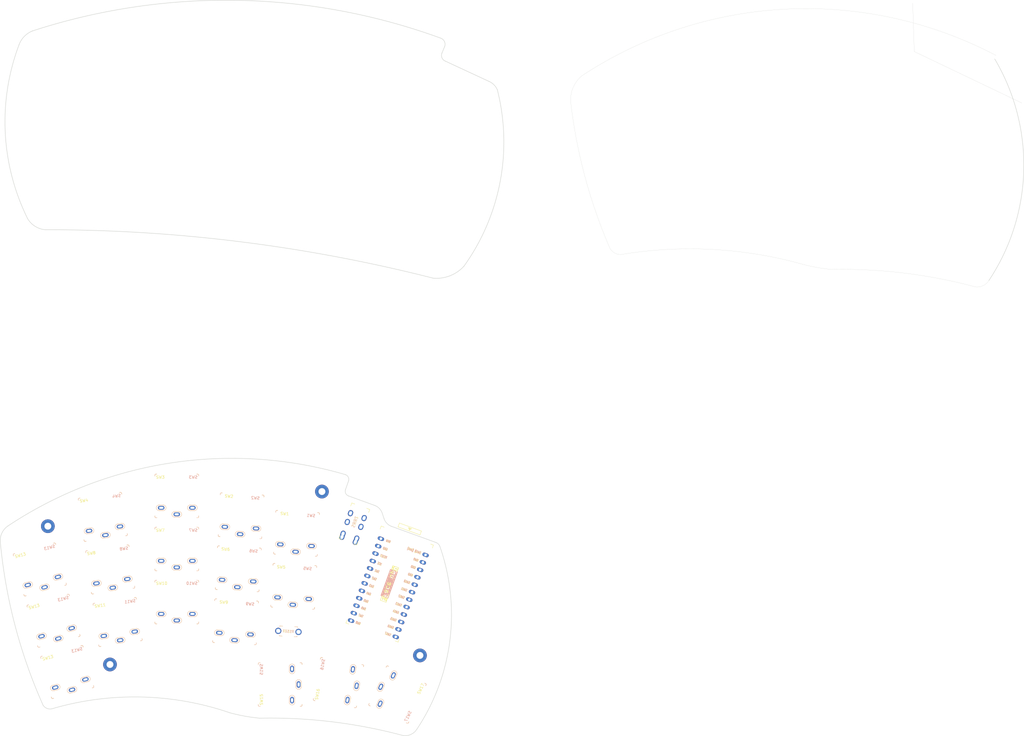
<source format=kicad_pcb>
(kicad_pcb (version 20221018) (generator pcbnew)
  (layers (0 "F.Cu" signal) (31 "B.Cu" signal) (34 "B.Paste" user) (35 "F.Paste" user) (36 "B.SilkS" user "B.Silkscreen") (37 "F.SilkS" user "F.Silkscreen") (38 "B.Mask" user) (39 "F.Mask" user) (44 "Edge.Cuts" user))
  (net 0 "")
  (net 1 "gnd")
  (net 2 "vcc")
  (net 3 "Switch18")
  (net 4 "reset")
  (net 5 "Switch1")
  (net 6 "Switch2")
  (net 7 "Switch3")
  (net 8 "Switch4")
  (net 9 "Switch5")
  (net 10 "Switch6")
  (net 11 "Switch7")
  (net 12 "Switch8")
  (net 13 "Switch9")
  (net 14 "Switch10")
  (net 15 "Switch11")
  (net 16 "Switch12")
  (net 17 "Switch13")
  (net 18 "Switch14")
  (net 19 "Switch15")
  (net 20 "Switch16")
  (net 21 "Switch17")
  (net 22 "raw")
  (footprint "Kailh:TRRS-PJ-DPB2" (layer "F.Cu") (at 158.94102 67.4 -20)
    (fp_text reference "J2" hide)
    (fp_text value "AudioJack4dpb" hide)
    (fp_text user "TRRS" (at 0 5.4 70) (layer "B.SilkS") (effects (font (thickness 0.1)) (justify mirror)))
    (fp_text user "TRRS" (at 0 5.3 70) (layer "F.SilkS") (effects (font (thickness 0.1))))
    (pad "" np_thru_hole circle (at 0 1.6 340) (size 0.8 0.8) (drill 0.8) (layers "F&B.Cu" "*.Mask"))
    (pad "" np_thru_hole circle (at 0 8.6 340) (size 0.8 0.8) (drill 0.8) (layers "F&B.Cu" "*.Mask"))
    (pad "R1" thru_hole oval (at -2.33 6.22 160) (size 1.6 2) (drill oval 0.9 1.3) (layers "*.Cu" "*.Mask") (net 3 "Switch18"))
    (pad "R1" thru_hole oval (at 2.3 6.2 340) (size 1.6 2) (drill oval 0.9 1.3) (layers "*.Cu" "*.Mask") (net 3 "Switch18"))
    (pad "R2" thru_hole oval (at -2.33 3.22 160) (size 1.6 2) (drill oval 0.9 1.3) (layers "*.Cu" "*.Mask") (net 2 "vcc"))
    (pad "R2" thru_hole oval (at 2.3 3.2 340) (size 1.6 2) (drill oval 0.9 1.3) (layers "*.Cu" "*.Mask") (net 2 "vcc"))
    (pad "S" thru_hole oval (at -2.3 11.3 340) (size 1.6 2) (drill oval 0.9 1.3) (layers "*.Cu" "*.Mask") (net 1 "gnd"))
    (pad "S" thru_hole oval (at 2.27 11.32 160) (size 1.6 2) (drill oval 0.9 1.3) (layers "*.Cu" "*.Mask") (net 1 "gnd"))
    (pad "T" thru_hole oval (at -2.33 10.22 160) (size 1.6 2) (drill oval 0.9 1.3) (layers "*.Cu" "*.Mask") (net 1 "gnd"))
    (pad "T" thru_hole oval (at 2.3 10.2 340) (size 1.6 2) (drill oval 0.9 1.3) (layers "*.Cu" "*.Mask") (net 1 "gnd"))
  )
  (footprint "* duckyb-collection:SW_PG1350_rev_DPB" (layer "F.Cu") (at 100 98.1)
    (fp_text reference "SW10" hide)
    (fp_text value "SW_Push" hide)
    (fp_text user "${REFERENCE}" (at 6.75 -6) (layer "B.SilkS") (effects (font (size 0.9 0.9) (thickness 0.16)) (justify left mirror)))
    (fp_text user "${REFERENCE}" (at -6.75 -6) (layer "F.SilkS") (effects (font (size 0.9 0.9) (thickness 0.16)) (justify left)))
    (pad "" np_thru_hole circle (at -5.499999 0 358) (size 1.7018 1.7018) (drill 1.7018) (layers "F&B.Cu" "*.Mask"))
    (pad "" np_thru_hole circle (at 0 0 358) (size 3.429 3.429) (drill 3.429) (layers "F&B.Cu" "*.Mask"))
    (pad "" np_thru_hole circle (at 0 0 2) (size 3.429 3.429) (drill 3.429) (layers "F&B.Cu" "*.Mask"))
    (pad "" np_thru_hole circle (at 5.5 0 358) (size 1.7018 1.7018) (drill 1.7018) (layers "F&B.Cu" "*.Mask"))
    (pad "1" thru_hole oval (at 0 5.9 180) (size 2.1 1.2) (drill oval 1.27 0.635) (layers "*.Cu" "*.Mask") (net 14 "Switch10"))
    (pad "2" thru_hole oval (at -5 3.8 180) (size 2.1 1.2) (drill oval 1.27 0.635) (layers "*.Cu" "*.Mask") (net 1 "gnd"))
    (pad "2" thru_hole oval (at 5 3.8 180) (size 2.1 1.2) (drill oval 1.27 0.635) (layers "*.Cu" "*.Mask") (net 1 "gnd"))
  )
  (footprint "* duckyb-collection:ProMicro_jumpers_facedown" (layer "F.Cu") (at 168.202942 92.333663 -20)
    (fp_text reference "U1" hide)
    (fp_text value "ProMicro-kbd" hide)
    (fp_text user "SW17" (at 6 15.25 160) (layer "B.SilkS") (effects (font (size 0.75 0.5) (thickness 0.125)) (justify left mirror)))
    (fp_text user "Face up" (at 0 0 250 unlocked) (layer "B.SilkS" knockout) (effects (font (size 1.5 1.5) (thickness 0.3)) (justify mirror)))
    (fp_text user "VCC" (at -6.1 -5.015 160) (layer "B.SilkS") (effects (font (size 0.75 0.5) (thickness 0.125)) (justify right mirror)))
    (fp_text user "SW5" (at -6.13 7.695 160) (layer "B.SilkS") (effects (font (size 0.75 0.5) (thickness 0.125)) (justify right mirror)))
    (fp_text user "GND" (at -6.07 -10.125 160) (layer "B.SilkS") (effects (font (size 0.75 0.5) (thickness 0.125)) (justify right mirror)))
    (fp_text user "RAW" (at -5.97 -12.735 160) (layer "B.SilkS") (effects (font (size 0.75 0.5) (thickness 0.125)) (justify right mirror)))
    (fp_text user "SW16" (at 6.03 12.75 160) (layer "B.SilkS") (effects (font (size 0.75 0.5) (thickness 0.125)) (justify left mirror)))
    (fp_text user "GND" (at 6 -5.055 160) (layer "B.SilkS") (effects (font (size 0.75 0.5) (thickness 0.125)) (justify left mirror)))
    (fp_text user "SW12" (at 6 2.545 160) (layer "B.SilkS") (effects (font (size 0.75 0.5) (thickness 0.125)) (justify left mirror)))
    (fp_text user "SW9" (at 6.03 -10.165 160) (layer "B.SilkS") (effects (font (size 0.75 0.5) (thickness 0.125)) (justify left mirror)))
    (fp_text user "SW15" (at 6.03 10.235 160) (layer "B.SilkS") (effects (font (size 0.75 0.5) (thickness 0.125)) (justify left mirror)))
    (fp_text user "SW4" (at -6.13 5.185 160) (layer "B.SilkS") (effects (font (size 0.75 0.5) (thickness 0.125)) (justify right mirror)))
    (fp_text user "SW10" (at 6 -2.545 160) (layer "B.SilkS") (effects (font (size 0.75 0.5) (thickness 0.125)) (justify left mirror)))
    (fp_text user "RESET" (at -6.07 -7.615 160) (layer "B.SilkS") (effects (font (size 0.75 0.5) (thickness 0.125)) (justify right mirror)))
    (fp_text user "SW2" (at -6.1 0.075 160) (layer "B.SilkS") (effects (font (size 0.75 0.5) (thickness 0.125)) (justify right mirror)))
    (fp_text user "GND" (at 6.03 -7.655 160) (layer "B.SilkS") (effects (font (size 0.75 0.5) (thickness 0.125)) (justify left mirror)))
    (fp_text user "SW18 (jack)" (at 6.03 -12.765 160) (layer "B.SilkS") (effects (font (size 0.75 0.5) (thickness 0.125)) (justify left mirror)))
    (fp_text user "SW6" (at -6.07 10.19 160) (layer "B.SilkS") (effects (font (size 0.75 0.5) (thickness 0.125)) (justify right mirror)))
    (fp_text user "SW11" (at 6 0.035 160) (layer "B.SilkS") (effects (font (size 0.75 0.5) (thickness 0.125)) (justify left mirror)))
    (fp_text user "SW1" (at -6.1 -2.505 160) (layer "B.SilkS") (effects (font (size 0.75 0.5) (thickness 0.125)) (justify right mirror)))
    (fp_text user "SW3" (at -6.1 2.585 160) (layer "B.SilkS") (effects (font (size 0.75 0.5) (thickness 0.125)) (justify right mirror)))
    (fp_text user "SW8" (at -6.1 15.19 160) (layer "B.SilkS") (effects (font (size 0.75 0.5) (thickness 0.125)) (justify right mirror)))
    (fp_text user "SW13" (at 5.97 5.145 160) (layer "B.SilkS") (effects (font (size 0.75 0.5) (thickness 0.125)) (justify left mirror)))
    (fp_text user "SW7" (at -6.07 12.69 160) (layer "B.SilkS") (effects (font (size 0.75 0.5) (thickness 0.125)) (justify right mirror)))
    (fp_text user "SW14" (at 5.97 7.655 160) (layer "B.SilkS") (effects (font (size 0.75 0.5) (thickness 0.125)) (justify left mirror)))
    (fp_text user "SW5" (at -6.06 7.755 160) (layer "F.SilkS") (effects (font (size 0.75 0.5) (thickness 0.125)) (justify left)))
    (fp_text user "Face down" (at 0 0 70 unlocked) (layer "F.SilkS" knockout) (effects (font (size 1.5 1.5) (thickness 0.3))))
    (fp_text user "SW10" (at 6.13 -2.535 160) (layer "F.SilkS") (effects (font (size 0.75 0.5) (thickness 0.125)) (justify right)))
    (fp_text user "SW7" (at -6 12.75 160) (layer "F.SilkS") (effects (font (size 0.75 0.5) (thickness 0.125)) (justify left)))
    (fp_text user "SW18 (jack)" (at 6.16 -12.755 160) (layer "F.SilkS") (effects (font (size 0.75 0.5) (thickness 0.125)) (justify right)))
    (fp_text user "GND" (at -6 -10.065 160) (layer "F.SilkS") (effects (font (size 0.75 0.5) (thickness 0.125)) (justify left)))
    (fp_text user "SW13" (at 6.1 5.155 160) (layer "F.SilkS") (effects (font (size 0.75 0.5) (thickness 0.125)) (justify right)))
    (fp_text user "SW8" (at -6.03 15.25 160) (layer "F.SilkS") (effects (font (size 0.75 0.5) (thickness 0.125)) (justify left)))
    (fp_text user "SW4" (at -6.06 5.245 160) (layer "F.SilkS") (effects (font (size 0.75 0.5) (thickness 0.125)) (justify left)))
    (fp_text user "SW3" (at -6.03 2.645 160) (layer "F.SilkS") (effects (font (size 0.75 0.5) (thickness 0.125)) (justify left)))
    (fp_text user "SW6" (at -6 10.25 160) (layer "F.SilkS") (effects (font (size 0.75 0.5) (thickness 0.125)) (justify left)))
    (fp_text user "SW14" (at 6.1 7.665 160) (layer "F.SilkS") (effects (font (size 0.75 0.5) (thickness 0.125)) (justify right)))
    (fp_text user "SW9" (at 6.16 -10.155 160) (layer "F.SilkS") (effects (font (size 0.75 0.5) (thickness 0.125)) (justify right)))
    (fp_text user "SW15" (at 6.16 10.245 160) (layer "F.SilkS") (effects (font (size 0.75 0.5) (thickness 0.125)) (justify right)))
    (fp_text user "SW11" (at 6.13 0.045 160) (layer "F.SilkS") (effects (font (size 0.75 0.5) (thickness 0.125)) (justify right)))
    (fp_text user "SW17" (at 6.13 15.26 160) (layer "F.SilkS") (effects (font (size 0.75 0.5) (thickness 0.125)) (justify right)))
    (fp_text user "VCC" (at -6.03 -4.955 160) (layer "F.SilkS") (effects (font (size 0.75 0.5) (thickness 0.125)) (justify left)))
    (fp_text user "SW2" (at -6.03 0.135 160) (layer "F.SilkS") (effects (font (size 0.75 0.5) (thickness 0.125)) (justify left)))
    (fp_text user "RAW" (at -5.9 -12.675 160) (layer "F.SilkS") (effects (font (size 0.75 0.5) (thickness 0.125)) (justify left)))
    (fp_text user "RESET" (at -6 -7.555 160) (layer "F.SilkS") (effects (font (size 0.75 0.5) (thickness 0.125)) (justify left)))
    (fp_text user "SW12" (at 6.13 2.555 160) (layer "F.SilkS") (effects (font (size 0.75 0.5) (thickness 0.125)) (justify right)))
    (fp_text user "SW16" (at 6.16 12.76 160) (layer "F.SilkS") (effects (font (size 0.75 0.5) (thickness 0.125)) (justify right)))
    (fp_text user "SW1" (at -6.03 -2.445 160) (layer "F.SilkS") (effects (font (size 0.75 0.5) (thickness 0.125)) (justify left)))
    (fp_text user "GND" (at 6.16 -7.645 160) (layer "F.SilkS") (effects (font (size 0.75 0.5) (thickness 0.125)) (justify right)))
    (fp_text user "GND" (at 6.13 -5.045 160) (layer "F.SilkS") (effects (font (size 0.75 0.5) (thickness 0.125)) (justify right)))
    (pad "1" thru_hole oval (at 7.6114 -12.703 340) (size 2.1 1.2) (drill 0.8128) (layers "*.Cu" "*.Mask") (net 3 "Switch18"))
    (pad "2" thru_hole oval (at 7.6114 -10.162999 340) (size 2.1 1.2) (drill 0.8128) (layers "*.Cu" "*.Mask") (net 13 "Switch9"))
    (pad "3" thru_hole oval (at 7.6114 -7.623 340) (size 2.1 1.2) (drill 0.8128) (layers "*.Cu" "*.Mask") (net 1 "gnd"))
    (pad "4" thru_hole oval (at 7.6114 -5.083 340) (size 2.1 1.2) (drill 0.8128) (layers "*.Cu" "*.Mask") (net 1 "gnd"))
    (pad "5" thru_hole oval (at 7.6114 -2.543 340) (size 2.1 1.2) (drill 0.8128) (layers "*.Cu" "*.Mask") (net 14 "Switch10"))
    (pad "6" thru_hole oval (at 7.6114 -0.003 340) (size 2.1 1.2) (drill 0.8128) (layers "*.Cu" "*.Mask") (net 15 "Switch11"))
    (pad "7" thru_hole oval (at 7.6114 2.536999 340) (size 2.1 1.2) (drill 0.8128) (layers "*.Cu" "*.Mask") (net 16 "Switch12"))
    (pad "8" thru_hole oval (at 7.6114 5.077 340) (size 2.1 1.2) (drill 0.8128) (layers "*.Cu" "*.Mask") (net 17 "Switch13"))
    (pad "9" thru_hole oval (at 7.6114 7.617 340) (size 2.1 1.2) (drill 0.8128) (layers "*.Cu" "*.Mask") (net 18 "Switch14"))
    (pad "10" thru_hole oval (at 7.6114 10.157 340) (size 2.1 1.2) (drill 0.8128) (layers "*.Cu" "*.Mask") (net 19 "Switch15"))
    (pad "11" thru_hole oval (at 7.6114 12.697 340) (size 2.1 1.2) (drill 0.8128) (layers "*.Cu" "*.Mask") (net 20 "Switch16"))
    (pad "12" thru_hole oval (at 7.6114 15.237 340) (size 2.1 1.2) (drill 0.8128) (layers "*.Cu" "*.Mask") (net 21 "Switch17"))
    (pad "13" thru_hole oval (at -7.6086 15.237 340) (size 2.1 1.2) (drill 0.8128) (layers "*.Cu" "*.Mask") (net 12 "Switch8"))
    (pad "14" thru_hole oval (at -7.608599 12.697 340) (size 2.1 1.2) (drill 0.8128) (layers "*.Cu" "*.Mask") (net 11 "Switch7"))
    (pad "15" thru_hole oval (at -7.6086 10.157 340) (size 2.1 1.2) (drill 0.8128) (layers "*.Cu" "*.Mask") (net 10 "Switch6"))
    (pad "16" thru_hole oval (at -7.6086 7.617 340) (size 2.1 1.2) (drill 0.8128) (layers "*.Cu" "*.Mask") (net 9 "Switch5"))
    (pad "17" thru_hole oval (at -7.6086 5.077 340) (size 2.1 1.2) (drill 0.8128) (layers "*.Cu" "*.Mask") (net 8 "Switch4"))
    (pad "18" thru_hole oval (at -7.6086 2.537 340) (size 2.1 1.2) (drill 0.8128) (layers "*.Cu" "*.Mask") (net 7 "Switch3"))
    (pad "19" thru_hole oval (at -7.6086 -0.003 340) (size 2.1 1.2) (drill 0.8128) (layers "*.Cu" "*.Mask") (net 6 "Switch2"))
    (pad "20" thru_hole oval (at -7.6086 -2.543 340) (size 2.1 1.2) (drill 0.8128) (layers "*.Cu" "*.Mask") (net 5 "Switch1"))
    (pad "21" thru_hole oval (at -7.6086 -5.083 340) (size 2.1 1.2) (drill 0.8128) (layers "*.Cu" "*.Mask") (net 2 "vcc"))
    (pad "22" thru_hole oval (at -7.6086 -7.623 340) (size 2.1 1.2) (drill 0.8128) (layers "*.Cu" "*.Mask") (net 4 "reset"))
    (pad "23" thru_hole oval (at -7.6086 -10.163 340) (size 2.1 1.2) (drill 0.8128) (layers "*.Cu" "*.Mask") (net 1 "gnd"))
    (pad "24" thru_hole oval (at -7.6086 -12.703 340) (size 2.1 1.2) (drill 0.8128) (layers "*.Cu" "*.Mask") (net 22 "raw"))
  )
  (footprint "* duckyb-collection:SW_PG1350_rev_DPB" (layer "F.Cu") (at 137.472178 93.066994 -3)
    (fp_text reference "SW5" hide)
    (fp_text value "SW_Push" hide)
    (fp_text user "${REFERENCE}" (at 2.63878 -5.928238 177) (layer "B.SilkS") (effects (font (size 0.9 0.9) (thickness 0.16)) (justify right mirror)))
    (fp_text user "${REFERENCE}" (at -2.862665 -5.963005 177) (layer "F.SilkS") (effects (font (size 0.9 0.9) (thickness 0.16)) (justify right)))
    (pad "" np_thru_hole circle (at -5.499999 0 355) (size 1.7018 1.7018) (drill 1.7018) (layers "F&B.Cu" "*.Mask"))
    (pad "" np_thru_hole circle (at 0 0 359) (size 3.429 3.429) (drill 3.429) (layers "F&B.Cu" "*.Mask"))
    (pad "" np_thru_hole circle (at 0 0 355) (size 3.429 3.429) (drill 3.429) (layers "F&B.Cu" "*.Mask"))
    (pad "" np_thru_hole circle (at 5.5 0 355) (size 1.7018 1.7018) (drill 1.7018) (layers "F&B.Cu" "*.Mask"))
    (pad "1" thru_hole oval (at 0 5.9 177) (size 2.1 1.2) (drill oval 1.27 0.635) (layers "*.Cu" "*.Mask") (net 9 "Switch5"))
    (pad "2" thru_hole oval (at -5 3.8 177) (size 2.1 1.2) (drill oval 1.27 0.635) (layers "*.Cu" "*.Mask") (net 1 "gnd"))
    (pad "2" thru_hole oval (at 5 3.8 177) (size 2.1 1.2) (drill oval 1.27 0.635) (layers "*.Cu" "*.Mask") (net 1 "gnd"))
  )
  (footprint "* duckyb-collection:SW_PG1350_rev_DPB" (layer "F.Cu") (at 151.797216 123.90989 80)
    (fp_text reference "SW16" hide)
    (fp_text value "SW_Push" hide)
    (fp_text user "${REFERENCE}" (at 6.75 -6 80) (layer "B.SilkS") (effects (font (size 0.9 0.9) (thickness 0.16)) (justify left mirror)))
    (fp_text user "${REFERENCE}" (at -6.75 -6 80) (layer "F.SilkS") (effects (font (size 0.9 0.9) (thickness 0.16)) (justify left)))
    (pad "" np_thru_hole circle (at -5.499999 0 78) (size 1.7018 1.7018) (drill 1.7018) (layers "F&B.Cu" "*.Mask"))
    (pad "" np_thru_hole circle (at 0 0 82) (size 3.429 3.429) (drill 3.429) (layers "F&B.Cu" "*.Mask"))
    (pad "" np_thru_hole circle (at 0 0 78) (size 3.429 3.429) (drill 3.429) (layers "F&B.Cu" "*.Mask"))
    (pad "" np_thru_hole circle (at 5.5 0 78) (size 1.7018 1.7018) (drill 1.7018) (layers "F&B.Cu" "*.Mask"))
    (pad "1" thru_hole oval (at 0 5.9 260) (size 2.1 1.2) (drill oval 1.27 0.635) (layers "*.Cu" "*.Mask") (net 20 "Switch16"))
    (pad "2" thru_hole oval (at -5 3.8 260) (size 2.1 1.2) (drill oval 1.27 0.635) (layers "*.Cu" "*.Mask") (net 1 "gnd"))
    (pad "2" thru_hole oval (at 5 3.8 260) (size 2.1 1.2) (drill oval 1.27 0.635) (layers "*.Cu" "*.Mask") (net 1 "gnd"))
  )
  (footprint "* duckyb-collection:SW_PG1350_rev_DPB" (layer "F.Cu") (at 76.312936 70.822861 8)
    (fp_text reference "SW4" hide)
    (fp_text value "SW_Push" hide)
    (fp_text user "${REFERENCE}" (at 6.75 -6 8) (layer "B.SilkS") (effects (font (size 0.9 0.9) (thickness 0.16)) (justify left mirror)))
    (fp_text user "${REFERENCE}" (at -6.75 -6 8) (layer "F.SilkS") (effects (font (size 0.9 0.9) (thickness 0.16)) (justify left)))
    (pad "" np_thru_hole circle (at -5.499999 0 6) (size 1.7018 1.7018) (drill 1.7018) (layers "F&B.Cu" "*.Mask"))
    (pad "" np_thru_hole circle (at 0 0 6) (size 3.429 3.429) (drill 3.429) (layers "F&B.Cu" "*.Mask"))
    (pad "" np_thru_hole circle (at 0 0 10) (size 3.429 3.429) (drill 3.429) (layers "F&B.Cu" "*.Mask"))
    (pad "" np_thru_hole circle (at 5.5 0 6) (size 1.7018 1.7018) (drill 1.7018) (layers "F&B.Cu" "*.Mask"))
    (pad "1" thru_hole oval (at 0 5.9 188) (size 2.1 1.2) (drill oval 1.27 0.635) (layers "*.Cu" "*.Mask") (net 8 "Switch4"))
    (pad "2" thru_hole oval (at -5 3.8 188) (size 2.1 1.2) (drill oval 1.27 0.635) (layers "*.Cu" "*.Mask") (net 1 "gnd"))
    (pad "2" thru_hole oval (at 5 3.8 188) (size 2.1 1.2) (drill oval 1.27 0.635) (layers "*.Cu" "*.Mask") (net 1 "gnd"))
  )
  (footprint "* duckyb-collection:SW_PG1350_rev_DPB" (layer "F.Cu") (at 64.912892 120.511777 15)
    (fp_text reference "SW13" hide)
    (fp_text value "SW_Push" hide)
    (fp_text user "${REFERENCE}" (at 6.75 -6 15) (layer "B.SilkS") (effects (font (size 0.9 0.9) (thickness 0.16)) (justify left mirror)))
    (fp_text user "${REFERENCE}" (at -6.75 -6 15) (layer "F.SilkS") (effects (font (size 0.9 0.9) (thickness 0.16)) (justify left)))
    (pad "" np_thru_hole circle (at -5.499999 0 13) (size 1.7018 1.7018) (drill 1.7018) (layers "F&B.Cu" "*.Mask"))
    (pad "" np_thru_hole circle (at 0 0 13) (size 3.429 3.429) (drill 3.429) (layers "F&B.Cu" "*.Mask"))
    (pad "" np_thru_hole circle (at 0 0 17) (size 3.429 3.429) (drill 3.429) (layers "F&B.Cu" "*.Mask"))
    (pad "" np_thru_hole circle (at 5.5 0 13) (size 1.7018 1.7018) (drill 1.7018) (layers "F&B.Cu" "*.Mask"))
    (pad "1" thru_hole oval (at 0 5.9 195) (size 2.1 1.2) (drill oval 1.27 0.635) (layers "*.Cu" "*.Mask") (net 17 "Switch13"))
    (pad "2" thru_hole oval (at -5 3.8 195) (size 2.1 1.2) (drill oval 1.27 0.635) (layers "*.Cu" "*.Mask") (net 1 "gnd"))
    (pad "2" thru_hole oval (at 5 3.8 195) (size 2.1 1.2) (drill oval 1.27 0.635) (layers "*.Cu" "*.Mask") (net 1 "gnd"))
  )
  (footprint "" (layer "F.Cu") (at 58.7 73.8)
    (fp_text reference "" (at 0 0) (layer "F.SilkS") (effects (font (size 1.27 1.27))))
    (fp_text value "" (at 0 0) (layer "F.SilkS") (effects (font (size 1.27 1.27))))
    (pad "" thru_hole circle (at 0 0) (size 4.4 4.4) (drill 2.2) (layers "*.Cu" "*.Mask"))
  )
  (footprint "* duckyb-collection:SW_PG1350_rev_DPB" (layer "F.Cu") (at 78.678879 87.657418 8)
    (fp_text reference "SW8" hide)
    (fp_text value "SW_Push" hide)
    (fp_text user "${REFERENCE}" (at 6.75 -6 8) (layer "B.SilkS") (effects (font (size 0.9 0.9) (thickness 0.16)) (justify left mirror)))
    (fp_text user "${REFERENCE}" (at -6.75 -6 8) (layer "F.SilkS") (effects (font (size 0.9 0.9) (thickness 0.16)) (justify left)))
    (pad "" np_thru_hole circle (at -5.499999 0 6) (size 1.7018 1.7018) (drill 1.7018) (layers "F&B.Cu" "*.Mask"))
    (pad "" np_thru_hole circle (at 0 0 10) (size 3.429 3.429) (drill 3.429) (layers "F&B.Cu" "*.Mask"))
    (pad "" np_thru_hole circle (at 0 0 6) (size 3.429 3.429) (drill 3.429) (layers "F&B.Cu" "*.Mask"))
    (pad "" np_thru_hole circle (at 5.5 0 6) (size 1.7018 1.7018) (drill 1.7018) (layers "F&B.Cu" "*.Mask"))
    (pad "1" thru_hole oval (at 0 5.9 188) (size 2.1 1.2) (drill oval 1.27 0.635) (layers "*.Cu" "*.Mask") (net 12 "Switch8"))
    (pad "2" thru_hole oval (at -5 3.8 188) (size 2.1 1.2) (drill oval 1.27 0.635) (layers "*.Cu" "*.Mask") (net 1 "gnd"))
    (pad "2" thru_hole oval (at 5 3.8 188) (size 2.1 1.2) (drill oval 1.27 0.635) (layers "*.Cu" "*.Mask") (net 1 "gnd"))
  )
  (footprint "* duckyb-collection:SW_PG1350_rev_DPB" (layer "F.Cu") (at 120.595441 70.466826 -3)
    (fp_text reference "SW2" hide)
    (fp_text value "SW_Push" hide)
    (fp_text user "${REFERENCE}" (at 2.793947 -5.930946 177) (layer "B.SilkS") (effects (font (size 0.9 0.9) (thickness 0.16)) (justify right mirror)))
    (fp_text user "${REFERENCE}" (at -2.709048 -6.054542 177) (layer "F.SilkS") (effects (font (size 0.9 0.9) (thickness 0.16)) (justify right)))
    (pad "" np_thru_hole circle (at -5.499999 0 355) (size 1.7018 1.7018) (drill 1.7018) (layers "F&B.Cu" "*.Mask"))
    (pad "" np_thru_hole circle (at 0 0 355) (size 3.429 3.429) (drill 3.429) (layers "F&B.Cu" "*.Mask"))
    (pad "" np_thru_hole circle (at 0 0 359) (size 3.429 3.429) (drill 3.429) (layers "F&B.Cu" "*.Mask"))
    (pad "" np_thru_hole circle (at 5.5 0 355) (size 1.7018 1.7018) (drill 1.7018) (layers "F&B.Cu" "*.Mask"))
    (pad "1" thru_hole oval (at 0 5.9 177) (size 2.1 1.2) (drill oval 1.27 0.635) (layers "*.Cu" "*.Mask") (net 6 "Switch2"))
    (pad "2" thru_hole oval (at -5 3.8 177) (size 2.1 1.2) (drill oval 1.27 0.635) (layers "*.Cu" "*.Mask") (net 1 "gnd"))
    (pad "2" thru_hole oval (at 5 3.8 177) (size 2.1 1.2) (drill oval 1.27 0.635) (layers "*.Cu" "*.Mask") (net 1 "gnd"))
  )
  (footprint "" (layer "F.Cu") (at 146.5 62.7)
    (fp_text reference "" (at 0 0) (layer "F.SilkS") (effects (font (size 1.27 1.27))))
    (fp_text value "" (at 0 0) (layer "F.SilkS") (effects (font (size 1.27 1.27))))
    (pad "" thru_hole circle (at 0 0) (size 4.4 4.4) (drill 2.2) (layers "*.Cu" "*.Mask"))
  )
  (footprint "* duckyb-collection:SW_PG1350_rev_DPB" (layer "F.Cu") (at 81.044822 104.491975 8)
    (fp_text reference "SW11" hide)
    (fp_text value "SW_Push" hide)
    (fp_text user "${REFERENCE}" (at 6.75 -6 8) (layer "B.SilkS") (effects (font (size 0.9 0.9) (thickness 0.16)) (justify left mirror)))
    (fp_text user "${REFERENCE}" (at -6.75 -6 8) (layer "F.SilkS") (effects (font (size 0.9 0.9) (thickness 0.16)) (justify left)))
    (pad "" np_thru_hole circle (at -5.499999 0 6) (size 1.7018 1.7018) (drill 1.7018) (layers "F&B.Cu" "*.Mask"))
    (pad "" np_thru_hole circle (at 0 0 6) (size 3.429 3.429) (drill 3.429) (layers "F&B.Cu" "*.Mask"))
    (pad "" np_thru_hole circle (at 0 0 10) (size 3.429 3.429) (drill 3.429) (layers "F&B.Cu" "*.Mask"))
    (pad "" np_thru_hole circle (at 5.5 0 6) (size 1.7018 1.7018) (drill 1.7018) (layers "F&B.Cu" "*.Mask"))
    (pad "1" thru_hole oval (at 0 5.9 188) (size 2.1 1.2) (drill oval 1.27 0.635) (layers "*.Cu" "*.Mask") (net 15 "Switch11"))
    (pad "2" thru_hole oval (at -5 3.8 188) (size 2.1 1.2) (drill oval 1.27 0.635) (layers "*.Cu" "*.Mask") (net 1 "gnd"))
    (pad "2" thru_hole oval (at 5 3.8 188) (size 2.1 1.2) (drill oval 1.27 0.635) (layers "*.Cu" "*.Mask") (net 1 "gnd"))
  )
  (footprint "" (layer "F.Cu") (at 177.9 115.2)
    (fp_text reference "" (at 0 0) (layer "F.SilkS") (effects (font (size 1.27 1.27))))
    (fp_text value "" (at 0 0) (layer "F.SilkS") (effects (font (size 1.27 1.27))))
    (pad "" thru_hole circle (at 0 0) (size 4.4 4.4) (drill 2.2) (layers "*.Cu" "*.Mask"))
  )
  (footprint "kbd:ResetSW_1side" (layer "F.Cu") (at 135.75 107.5 -3)
    (fp_text reference "RSW2" hide)
    (fp_text value "SW_PUSH")
    (fp_text user "RESET" (at 0.01 0 -183) (layer "B.SilkS") (effects (font (size 0.8 0.8) (thickness 0.1)) (justify mirror)))
    (fp_text user "RESET" (at 0 0 -183) (layer "F.SilkS") (effects (font (size 0.8 0.8) (thickness 0.1))))
    (pad "1" thru_hole circle (at 3.25 0 357) (size 2 2) (drill 1.3) (layers "*.Cu" "*.Mask") (net 4 "reset"))
    (pad "2" thru_hole circle (at -3.25 0 357) (size 2 2) (drill 1.3) (layers "*.Cu" "*.Mask") (net 1 "gnd"))
  )
  (footprint "* duckyb-collection:SW_PG1350_rev_DPB" (layer "F.Cu") (at 170.697216 127.743448 -115)
    (fp_text reference "SW17" hide)
    (fp_text value "SW_Push" hide)
    (fp_text user "${REFERENCE}" (at 6.75 -6 65) (layer "B.SilkS") (effects (font (size 0.9 0.9) (thickness 0.16)) (justify right mirror)))
    (fp_text user "${REFERENCE}" (at -6.75 -6 65) (layer "F.SilkS") (effects (font (size 0.9 0.9) (thickness 0.16)) (justify right)))
    (pad "" np_thru_hole circle (at -5.499999 0 243) (size 1.7018 1.7018) (drill 1.7018) (layers "F&B.Cu" "*.Mask"))
    (pad "" np_thru_hole circle (at 0 0 243) (size 3.429 3.429) (drill 3.429) (layers "F&B.Cu" "*.Mask"))
    (pad "" np_thru_hole circle (at 0 0 247) (size 3.429 3.429) (drill 3.429) (layers "F&B.Cu" "*.Mask"))
    (pad "" np_thru_hole circle (at 5.5 0 243) (size 1.7018 1.7018) (drill 1.7018) (layers "F&B.Cu" "*.Mask"))
    (pad "1" thru_hole oval (at 0 5.9 65) (size 2.1 1.2) (drill oval 1.27 0.635) (layers "*.Cu" "*.Mask") (net 21 "Switch17"))
    (pad "2" thru_hole oval (at -5 3.8 65) (size 2.1 1.2) (drill oval 1.27 0.635) (layers "*.Cu" "*.Mask") (net 1 "gnd"))
    (pad "2" thru_hole oval (at 5 3.8 65) (size 2.1 1.2) (drill oval 1.27 0.635) (layers "*.Cu" "*.Mask") (net 1 "gnd"))
  )
  (footprint "* duckyb-collection:SW_PG1350_rev_DPB" (layer "F.Cu") (at 56.113044 87.670299 15)
    (fp_text reference "SW13" hide)
    (fp_text value "SW_Push" hide)
    (fp_text user "${REFERENCE}" (at 6.75 -6 15) (layer "B.SilkS") (effects (font (size 0.9 0.9) (thickness 0.16)) (justify left mirror)))
    (fp_text user "${REFERENCE}" (at -6.75 -6 15) (layer "F.SilkS") (effects (font (size 0.9 0.9) (thickness 0.16)) (justify left)))
    (pad "" np_thru_hole circle (at -5.499999 0 13) (size 1.7018 1.7018) (drill 1.7018) (layers "F&B.Cu" "*.Mask"))
    (pad "" np_thru_hole circle (at 0 0 17) (size 3.429 3.429) (drill 3.429) (layers "F&B.Cu" "*.Mask"))
    (pad "" np_thru_hole circle (at 0 0 13) (size 3.429 3.429) (drill 3.429) (layers "F&B.Cu" "*.Mask"))
    (pad "" np_thru_hole circle (at 5.5 0 13) (size 1.7018 1.7018) (drill 1.7018) (layers "F&B.Cu" "*.Mask"))
    (pad "1" thru_hole oval (at 0 5.9 195) (size 2.1 1.2) (drill oval 1.27 0.635) (layers "*.Cu" "*.Mask") (net 17 "Switch13"))
    (pad "2" thru_hole oval (at -5 3.8 195) (size 2.1 1.2) (drill oval 1.27 0.635) (layers "*.Cu" "*.Mask") (net 1 "gnd"))
    (pad "2" thru_hole oval (at 5 3.8 195) (size 2.1 1.2) (drill oval 1.27 0.635) (layers "*.Cu" "*.Mask") (net 1 "gnd"))
  )
  (footprint "" (layer "F.Cu") (at 78.6 118.1)
    (fp_text reference "" (at 0 0) (layer "F.SilkS") (effects (font (size 1.27 1.27))))
    (fp_text value "" (at 0 0) (layer "F.SilkS") (effects (font (size 1.27 1.27))))
    (pad "" thru_hole circle (at 0 0) (size 4.4 4.4) (drill 2.2) (layers "*.Cu" "*.Mask"))
  )
  (footprint "* duckyb-collection:SW_PG1350_rev_DPB" (layer "F.Cu") (at 119.705729 87.443528 -3)
    (fp_text reference "SW6" hide)
    (fp_text value "SW_Push" hide)
    (fp_text user "${REFERENCE}" (at 3.090593 -5.936124 177) (layer "B.SilkS") (effects (font (size 0.9 0.9) (thickness 0.16)) (justify right mirror)))
    (fp_text user "${REFERENCE}" (at -2.912281 -6.048404 177) (layer "F.SilkS") (effects (font (size 0.9 0.9) (thickness 0.16)) (justify right)))
    (pad "" np_thru_hole circle (at -5.499999 0 355) (size 1.7018 1.7018) (drill 1.7018) (layers "F&B.Cu" "*.Mask"))
    (pad "" np_thru_hole circle (at 0 0 359) (size 3.429 3.429) (drill 3.429) (layers "F&B.Cu" "*.Mask"))
    (pad "" np_thru_hole circle (at 0 0 355) (size 3.429 3.429) (drill 3.429) (layers "F&B.Cu" "*.Mask"))
    (pad "" np_thru_hole circle (at 5.5 0 355) (size 1.7018 1.7018) (drill 1.7018) (layers "F&B.Cu" "*.Mask"))
    (pad "1" thru_hole oval (at 0 5.9 177) (size 2.1 1.2) (drill oval 1.27 0.635) (layers "*.Cu" "*.Mask") (net 10 "Switch6"))
    (pad "2" thru_hole oval (at -5 3.8 177) (size 2.1 1.2) (drill oval 1.27 0.635) (layers "*.Cu" "*.Mask") (net 1 "gnd"))
    (pad "2" thru_hole oval (at 5 3.8 177) (size 2.1 1.2) (drill oval 1.27 0.635) (layers "*.Cu" "*.Mask") (net 1 "gnd"))
  )
  (footprint "* duckyb-collection:SW_PG1350_rev_DPB" (layer "F.Cu") (at 100 81.1)
    (fp_text reference "SW7" hide)
    (fp_text value "SW_Push" hide)
    (fp_text user "${REFERENCE}" (at 6.75 -6) (layer "B.SilkS") (effects (font (size 0.9 0.9) (thickness 0.16)) (justify left mirror)))
    (fp_text user "${REFERENCE}" (at -6.75 -6) (layer "F.SilkS") (effects (font (size 0.9 0.9) (thickness 0.16)) (justify left)))
    (pad "" np_thru_hole circle (at -5.499999 0 358) (size 1.7018 1.7018) (drill 1.7018) (layers "F&B.Cu" "*.Mask"))
    (pad "" np_thru_hole circle (at 0 0 358) (size 3.429 3.429) (drill 3.429) (layers "F&B.Cu" "*.Mask"))
    (pad "" np_thru_hole circle (at 0 0 2) (size 3.429 3.429) (drill 3.429) (layers "F&B.Cu" "*.Mask"))
    (pad "" np_thru_hole circle (at 5.5 0 358) (size 1.7018 1.7018) (drill 1.7018) (layers "F&B.Cu" "*.Mask"))
    (pad "1" thru_hole oval (at 0 5.9 180) (size 2.1 1.2) (drill oval 1.27 0.635) (layers "*.Cu" "*.Mask") (net 11 "Switch7"))
    (pad "2" thru_hole oval (at -5 3.8 180) (size 2.1 1.2) (drill oval 1.27 0.635) (layers "*.Cu" "*.Mask") (net 1 "gnd"))
    (pad "2" thru_hole oval (at 5 3.8 180) (size 2.1 1.2) (drill oval 1.27 0.635) (layers "*.Cu" "*.Mask") (net 1 "gnd"))
  )
  (footprint "* duckyb-collection:SW_PG1350_rev_DPB" (layer "F.Cu") (at 138.361889 76.090292 -3)
    (fp_text reference "SW1" hide)
    (fp_text value "SW_Push" hide)
    (fp_text user "${REFERENCE}" (at 2.842058 -5.931786 177) (layer "B.SilkS") (effects (font (size 0.9 0.9) (thickness 0.16)) (justify right mirror)))
    (fp_text user "${REFERENCE}" (at -2.661216 -6.07137 177) (layer "F.SilkS") (effects (font (size 0.9 0.9) (thickness 0.16)) (justify right)))
    (pad "" np_thru_hole circle (at -5.499999 0 355) (size 1.7018 1.7018) (drill 1.7018) (layers "F&B.Cu" "*.Mask"))
    (pad "" np_thru_hole circle (at 0 0 359) (size 3.429 3.429) (drill 3.429) (layers "F&B.Cu" "*.Mask"))
    (pad "" np_thru_hole circle (at 0 0 355) (size 3.429 3.429) (drill 3.429) (layers "F&B.Cu" "*.Mask"))
    (pad "" np_thru_hole circle (at 5.5 0 355) (size 1.7018 1.7018) (drill 1.7018) (layers "F&B.Cu" "*.Mask"))
    (pad "1" thru_hole oval (at 0 5.9 177) (size 2.1 1.2) (drill oval 1.27 0.635) (layers "*.Cu" "*.Mask") (net 5 "Switch1"))
    (pad "2" thru_hole oval (at -5 3.8 177) (size 2.1 1.2) (drill oval 1.27 0.635) (layers "*.Cu" "*.Mask") (net 1 "gnd"))
    (pad "2" thru_hole oval (at 5 3.8 177) (size 2.1 1.2) (drill oval 1.27 0.635) (layers "*.Cu" "*.Mask") (net 1 "gnd"))
  )
  (footprint "* duckyb-collection:SW_PG1350_rev_DPB" (layer "F.Cu") (at 100 64.1)
    (fp_text reference "SW3" hide)
    (fp_text value "SW_Push" hide)
    (fp_text user "${REFERENCE}" (at 6.75 -6) (layer "B.SilkS") (effects (font (size 0.9 0.9) (thickness 0.16)) (justify left mirror)))
    (fp_text user "${REFERENCE}" (at -6.75 -6) (layer "F.SilkS") (effects (font (size 0.9 0.9) (thickness 0.16)) (justify left)))
    (pad "" np_thru_hole circle (at -5.499999 0 358) (size 1.7018 1.7018) (drill 1.7018) (layers "F&B.Cu" "*.Mask"))
    (pad "" np_thru_hole circle (at 0 0 2) (size 3.429 3.429) (drill 3.429) (layers "F&B.Cu" "*.Mask"))
    (pad "" np_thru_hole circle (at 0 0 358) (size 3.429 3.429) (drill 3.429) (layers "F&B.Cu" "*.Mask"))
    (pad "" np_thru_hole circle (at 5.5 0 358) (size 1.7018 1.7018) (drill 1.7018) (layers "F&B.Cu" "*.Mask"))
    (pad "1" thru_hole oval (at 0 5.9 180) (size 2.1 1.2) (drill oval 1.27 0.635) (layers "*.Cu" "*.Mask") (net 7 "Switch3"))
    (pad "2" thru_hole oval (at -5 3.8 180) (size 2.1 1.2) (drill oval 1.27 0.635) (layers "*.Cu" "*.Mask") (net 1 "gnd"))
    (pad "2" thru_hole oval (at 5 3.8 180) (size 2.1 1.2) (drill oval 1.27 0.635) (layers "*.Cu" "*.Mask") (net 1 "gnd"))
  )
  (footprint "* duckyb-collection:SW_PG1350_rev_DPB" (layer "F.Cu") (at 60.512968 104.091038 15)
    (fp_text reference "SW13" hide)
    (fp_text value "SW_Push" hide)
    (fp_text user "${REFERENCE}" (at 6.75 -6 15) (layer "B.SilkS") (effects (font (size 0.9 0.9) (thickness 0.16)) (justify left mirror)))
    (fp_text user "${REFERENCE}" (at -6.75 -6 15) (layer "F.SilkS") (effects (font (size 0.9 0.9) (thickness 0.16)) (justify left)))
    (pad "" np_thru_hole circle (at -5.499999 0 13) (size 1.7018 1.7018) (drill 1.7018) (layers "F&B.Cu" "*.Mask"))
    (pad "" np_thru_hole circle (at 0 0 17) (size 3.429 3.429) (drill 3.429) (layers "F&B.Cu" "*.Mask"))
    (pad "" np_thru_hole circle (at 0 0 13) (size 3.429 3.429) (drill 3.429) (layers "F&B.Cu" "*.Mask"))
    (pad "" np_thru_hole circle (at 5.5 0 13) (size 1.7018 1.7018) (drill 1.7018) (layers "F&B.Cu" "*.Mask"))
    (pad "1" thru_hole oval (at 0 5.9 195) (size 2.1 1.2) (drill oval 1.27 0.635) (layers "*.Cu" "*.Mask") (net 17 "Switch13"))
    (pad "2" thru_hole oval (at -5 3.8 195) (size 2.1 1.2) (drill oval 1.27 0.635) (layers "*.Cu" "*.Mask") (net 1 "gnd"))
    (pad "2" thru_hole oval (at 5 3.8 195) (size 2.1 1.2) (drill oval 1.27 0.635) (layers "*.Cu" "*.Mask") (net 1 "gnd"))
  )
  (footprint "* duckyb-collection:SW_PG1350_rev_DPB" (layer "F.Cu") (at 133.12631 124.510908 90)
    (fp_text reference "SW15" hide)
    (fp_text value "SW_Push" hide)
    (fp_text user "${REFERENCE}" (at 6.75 -6 90) (layer "B.SilkS") (effects (font (size 0.9 0.9) (thickness 0.16)) (justify left mirror)))
    (fp_text user "${REFERENCE}" (at -6.75 -6 90) (layer "F.SilkS") (effects (font (size 0.9 0.9) (thickness 0.16)) (justify left)))
    (pad "" np_thru_hole circle (at -5.499999 0 88) (size 1.7018 1.7018) (drill 1.7018) (layers "F&B.Cu" "*.Mask"))
    (pad "" np_thru_hole circle (at 0 0 88) (size 3.429 3.429) (drill 3.429) (layers "F&B.Cu" "*.Mask"))
    (pad "" np_thru_hole circle (at 0 0 92) (size 3.429 3.429) (drill 3.429) (layers "F&B.Cu" "*.Mask"))
    (pad "" np_thru_hole circle (at 5.5 0 88) (size 1.7018 1.7018) (drill 1.7018) (layers "F&B.Cu" "*.Mask"))
    (pad "1" thru_hole oval (at 0 5.9 270) (size 2.1 1.2) (drill oval 1.27 0.635) (layers "*.Cu" "*.Mask") (net 19 "Switch15"))
    (pad "2" thru_hole oval (at -5 3.8 270) (size 2.1 1.2) (drill oval 1.27 0.635) (layers "*.Cu" "*.Mask") (net 1 "gnd"))
    (pad "2" thru_hole oval (at 5 3.8 270) (size 2.1 1.2) (drill oval 1.27 0.635) (layers "*.Cu" "*.Mask") (net 1 "gnd"))
  )
  (footprint "* duckyb-collection:SW_PG1350_rev_DPB" (layer "F.Cu") (at 118.816018 104.42023 -3)
    (fp_text reference "SW9" hide)
    (fp_text value "SW_Push" hide)
    (fp_text user "${REFERENCE}" (at 2.887315 -5.932576 177) (layer "B.SilkS") (effects (font (size 0.9 0.9) (thickness 0.16)) (justify right mirror)))
    (fp_text user "${REFERENCE}" (at -2.61559 -6.050993 177) (layer "F.SilkS") (effects (font (size 0.9 0.9) (thickness 0.16)) (justify right)))
    (pad "" np_thru_hole circle (at -5.499999 0 355) (size 1.7018 1.7018) (drill 1.7018) (layers "F&B.Cu" "*.Mask"))
    (pad "" np_thru_hole circle (at 0 0 359) (size 3.429 3.429) (drill 3.429) (layers "F&B.Cu" "*.Mask"))
    (pad "" np_thru_hole circle (at 0 0 355) (size 3.429 3.429) (drill 3.429) (layers "F&B.Cu" "*.Mask"))
    (pad "" np_thru_hole circle (at 5.5 0 355) (size 1.7018 1.7018) (drill 1.7018) (layers "F&B.Cu" "*.Mask"))
    (pad "1" thru_hole oval (at 0 5.9 177) (size 2.1 1.2) (drill oval 1.27 0.635) (layers "*.Cu" "*.Mask") (net 13 "Switch9"))
    (pad "2" thru_hole oval (at -5 3.8 177) (size 2.1 1.2) (drill oval 1.27 0.635) (layers "*.Cu" "*.Mask") (net 1 "gnd"))
    (pad "2" thru_hole oval (at 5 3.8 177) (size 2.1 1.2) (drill oval 1.27 0.635) (layers "*.Cu" "*.Mask") (net 1 "gnd"))
  )
  (gr_arc (start 153.977226 57.264827) (mid 154.911429 58.030345) (end 155.048988 59.230274) (stroke (width 0.15)) (layer "Edge.Cuts"))
  (gr_arc (start 57.83739 -21.177476) (mid 54.619102 -22.266395) (end 52.235687 -24.687645) (stroke (width 0.15)) (layer "Edge.Cuts"))
  (gr_line (start 155.048988 59.230274) (end 154.044187 62.090343) (stroke (width 0.15)) (layer "Edge.Cuts"))
  (gr_arc (start 242.25 -13.218872) (mid 271.450597 -14.868812) (end 300.316136 -10.159477) (stroke (width 0.05)) (layer "Edge.Cuts"))
  (gr_arc (start 309.815959 -8.44557) (mid 305.030056 -9.10303) (end 300.316136 -10.159477) (stroke (width 0.05)) (layer "Edge.Cuts"))
  (gr_arc (start 200.014178 -68.692016) (mid 201.622781 -67.591636) (end 202.698871 -65.966678) (stroke (width 0.15)) (layer "Edge.Cuts"))
  (gr_line (start 165.81185 69.635551) (end 166.388274 71.364822) (stroke (width 0.15)) (layer "Edge.Cuts"))
  (gr_arc (start 57.83739 -21.177475) (mid 120.447579 -17.312764) (end 182.08697 -5.669855) (stroke (width 0.15)) (layer "Edge.Cuts"))
  (gr_line (start 186.02739 -75.187476) (end 200.014178 -68.692016) (stroke (width 0.15)) (layer "Edge.Cuts"))
  (gr_arc (start 155 64.1) (mid 154.11743 63.287634) (end 154.044187 62.090343) (stroke (width 0.15)) (layer "Edge.Cuts"))
  (gr_line (start 185.831309 -79.902423) (end 184.965079 -77.809262) (stroke (width 0.15)) (layer "Edge.Cuts"))
  (gr_arc (start 184.243489 80.162059) (mid 187.49836 110.348646) (end 176.925279 138.809745) (stroke (width 0.15)) (layer "Edge.Cuts"))
  (gr_arc (start 60.040598 132.281675) (mid 88.654809 128.516368) (end 117.066136 133.590523) (stroke (width 0.15)) (layer "Edge.Cuts"))
  (gr_arc (start 176.925279 138.809745) (mid 175.082213 140.469268) (end 172.63988 140.900447) (stroke (width 0.15)) (layer "Edge.Cuts"))
  (gr_arc (start 126.565959 135.30443) (mid 149.801598 136.466646) (end 172.63988 140.900447) (stroke (width 0.15)) (layer "Edge.Cuts"))
  (gr_arc (start 238.75 -15.25) (mid 230.73449 -38.273018) (end 226.173809 -62.221044) (stroke (width 0.05)) (layer "Edge.Cuts"))
  (gr_arc (start 309.815959 -8.44557) (mid 333.051599 -7.283354) (end 355.88988 -2.849553) (stroke (width 0.05)) (layer "Edge.Cuts"))
  (gr_arc (start 362.02823 -75.880009) (mid 371.322949 -40.143154) (end 360.175279 -4.940255) (stroke (width 0.15)) (layer "Edge.Cuts"))
  (gr_line (start 168.818396 73.859942) (end 183.071438 79.032734) (stroke (width 0.15)) (layer "Edge.Cuts"))
  (gr_arc (start 226.173809 -62.221044) (mid 227.003467 -66.788694) (end 229.790498 -70.501403) (stroke (width 0.05)) (layer "Edge.Cuts"))
  (gr_arc (start 229.790498 -70.501403) (mid 295.239357 -91.852718) (end 362.461675 -77.000386) (stroke (width 0.05)) (layer "Edge.Cuts"))
  (gr_line (start 155 64.1) (end 163.381129 67.140213) (stroke (width 0.15)) (layer "Edge.Cuts"))
  (gr_arc (start 43.448931 78.678151) (mid 44.039546 75.869437) (end 45.932377 73.711918) (stroke (width 0.15)) (layer "Edge.Cuts"))
  (gr_arc (start 57.171986 131.153053) (mid 48.15161 105.480177) (end 43.448931 78.678151) (stroke (width 0.15)) (layer "Edge.Cuts"))
  (gr_arc (start 60.040598 132.281674) (mid 58.426132 132.175276) (end 57.171986 131.153053) (stroke (width 0.15)) (layer "Edge.Cuts"))
  (gr_arc (start 126.565959 135.30443) (mid 121.780056 134.64697) (end 117.066136 133.590523) (stroke (width 0.15)) (layer "Edge.Cuts"))
  (gr_arc (start 45.932377 73.711918) (mid 98.135091 53.534262) (end 153.977226 57.264827) (stroke (width 0.15)) (layer "Edge.Cuts"))
  (gr_arc (start 52.235687 -24.687645) (mid 45.050148 -52.261409) (end 49.46033 -80.412692) (stroke (width 0.15)) (layer "Edge.Cuts"))
  (gr_arc (start 186.02739 -75.187477) (mid 184.944415 -76.27478) (end 184.965079 -77.809262) (stroke (width 0.15)) (layer "Edge.Cuts"))
  (gr_arc (start 202.698871 -65.966678) (mid 203.58736 -36.551425) (end 192 -9.5) (stroke (width 0.15)) (layer "Edge.Cuts"))
  (gr_arc (start 184.591994 -82.526482) (mid 185.747374 -81.46747) (end 185.831309 -79.902423) (stroke (width 0.15)) (layer "Edge.Cuts"))
  (gr_line (start 370.75 -61.75) (end 336.25 -78.25) (stroke (width 0.05)) (layer "Edge.Cuts"))
  (gr_arc (start 192 -9.5) (mid 187.496 -6.413746) (end 182.08697 -5.669855) (stroke (width 0.15)) (layer "Edge.Cuts"))
  (gr_arc (start 168.818396 73.859942) (mid 167.317503 72.890768) (end 166.388274 71.364822) (stroke (width 0.15)) (layer "Edge.Cuts"))
  (gr_arc (start 163.381129 67.140213) (mid 164.882399 68.109376) (end 165.81185 69.635551) (stroke (width 0.15)) (layer "Edge.Cuts"))
  (gr_arc (start 242.25 -13.218872) (mid 240.226669 -13.763437) (end 238.750001 -15.25) (stroke (width 0.05)) (layer "Edge.Cuts"))
  (gr_arc (start 49.46033 -80.412692) (mid 51.116713 -83.064891) (end 53.69512 -84.833953) (stroke (width 0.15)) (layer "Edge.Cuts"))
  (gr_arc (start 183.071438 79.032734) (mid 183.763023 79.487843) (end 184.243488 80.162059) (stroke (width 0.15)) (layer "Edge.Cuts"))
  (gr_arc (start 53.69512 -84.833953) (mid 119.334848 -94.664232) (end 184.589009 -82.535645) (stroke (width 0.15)) (layer "Edge.Cuts"))
  (gr_line (start 336.25 -78.25) (end 335.75 -93.75) (stroke (width 0.05)) (layer "Edge.Cuts"))
  (gr_arc (start 360.175279 -4.940255) (mid 358.332215 -3.280729) (end 355.88988 -2.849553) (stroke (width 0.05)) (layer "Edge.Cuts"))
)
</source>
